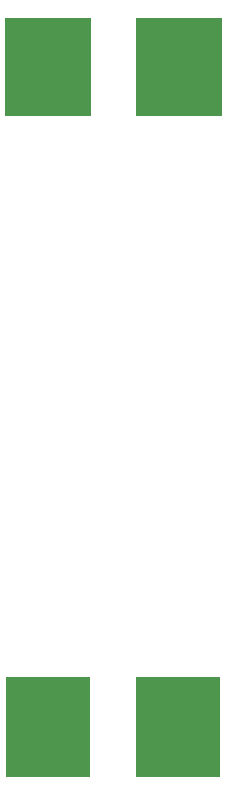
<source format=gbr>
G04 EAGLE Gerber RS-274X export*
G75*
%MOMM*%
%FSLAX34Y34*%
%LPD*%
%INSolderpaste Bottom*%
%IPPOS*%
%AMOC8*
5,1,8,0,0,1.08239X$1,22.5*%
G01*
%ADD10R,7.100000X8.450000*%
%ADD11R,7.239000X8.255000*%


D10*
X255000Y56250D03*
X145000Y56250D03*
D11*
X144755Y615035D03*
X255245Y615035D03*
M02*

</source>
